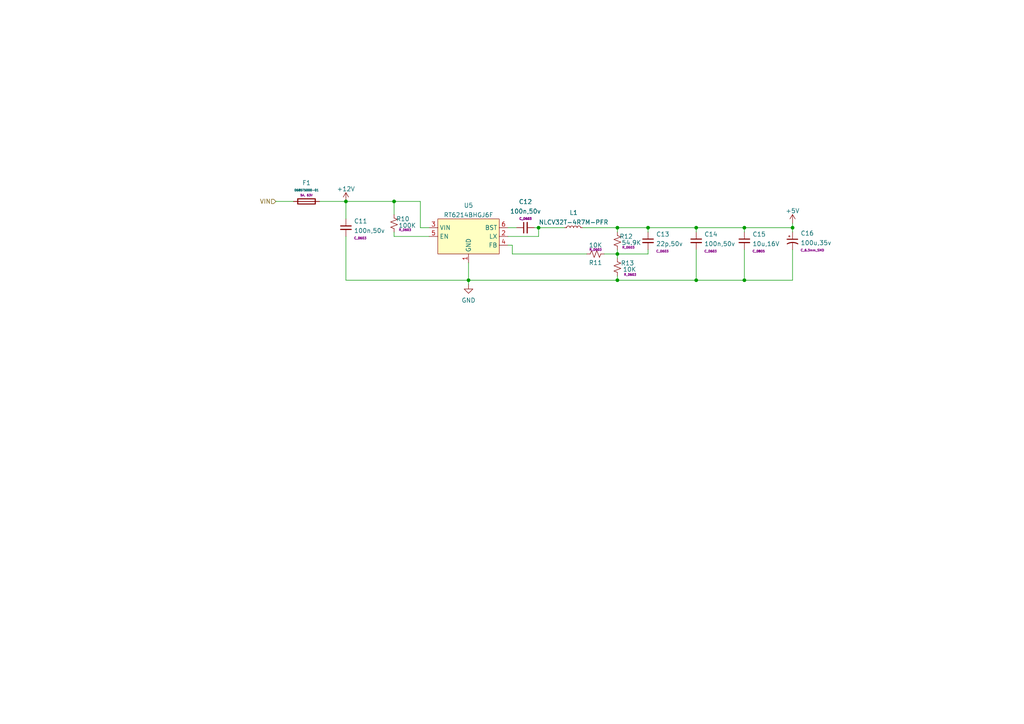
<source format=kicad_sch>
(kicad_sch (version 20211123) (generator eeschema)

  (uuid 18954328-933a-4990-bf53-74cf47321691)

  (paper "A4")

  (lib_symbols
    (symbol "C_Capacitor:C_0603" (pin_numbers hide) (pin_names (offset 1.016)) (in_bom yes) (on_board yes)
      (property "Reference" "C" (id 0) (at 3.175 1.905 0)
        (effects (font (size 1.27 1.27)))
      )
      (property "Value" "C_0603" (id 1) (at 5.715 0 0)
        (effects (font (size 1.27 1.27)))
      )
      (property "Footprint" "C_Capacitor:C_0603" (id 2) (at -3.175 0 90)
        (effects (font (size 1.27 1.27)) hide)
      )
      (property "Datasheet" "" (id 3) (at 2.54 2.54 0)
        (effects (font (size 1.27 1.27)) hide)
      )
      (property "Size" "C_0603" (id 4) (at 4.445 -1.905 0)
        (effects (font (size 0.635 0.635)))
      )
      (symbol "C_0603_1_1"
        (polyline
          (pts
            (xy -1.524 -0.508)
            (xy 1.524 -0.508)
          )
          (stroke (width 0.3302) (type default) (color 0 0 0 0))
          (fill (type none))
        )
        (polyline
          (pts
            (xy -1.524 0.508)
            (xy 1.524 0.508)
          )
          (stroke (width 0.3048) (type default) (color 0 0 0 0))
          (fill (type none))
        )
        (pin passive line (at 0 2.54 270) (length 2.032)
          (name "~" (effects (font (size 1.27 1.27))))
          (number "1" (effects (font (size 1.27 1.27))))
        )
        (pin passive line (at 0 -2.54 90) (length 2.032)
          (name "~" (effects (font (size 1.27 1.27))))
          (number "2" (effects (font (size 1.27 1.27))))
        )
      )
    )
    (symbol "C_Capacitor:C_0805" (pin_numbers hide) (pin_names (offset 1.016)) (in_bom yes) (on_board yes)
      (property "Reference" "C" (id 0) (at 3.175 1.905 0)
        (effects (font (size 1.27 1.27)))
      )
      (property "Value" "C_0805" (id 1) (at 5.715 0 0)
        (effects (font (size 1.27 1.27)))
      )
      (property "Footprint" "C_Capacitor:C_0805" (id 2) (at -3.175 0 90)
        (effects (font (size 1.27 1.27)) hide)
      )
      (property "Datasheet" "" (id 3) (at 2.54 2.54 0)
        (effects (font (size 1.27 1.27)) hide)
      )
      (property "Size" "C_0805" (id 4) (at 4.445 -1.905 0)
        (effects (font (size 0.635 0.635)))
      )
      (symbol "C_0805_1_1"
        (polyline
          (pts
            (xy -1.524 -0.508)
            (xy 1.524 -0.508)
          )
          (stroke (width 0.3302) (type default) (color 0 0 0 0))
          (fill (type none))
        )
        (polyline
          (pts
            (xy -1.524 0.508)
            (xy 1.524 0.508)
          )
          (stroke (width 0.3048) (type default) (color 0 0 0 0))
          (fill (type none))
        )
        (pin passive line (at 0 2.54 270) (length 2.032)
          (name "~" (effects (font (size 1.27 1.27))))
          (number "1" (effects (font (size 1.27 1.27))))
        )
        (pin passive line (at 0 -2.54 90) (length 2.032)
          (name "~" (effects (font (size 1.27 1.27))))
          (number "2" (effects (font (size 1.27 1.27))))
        )
      )
    )
    (symbol "C_Capacitor:C_6.3mm_SMD" (pin_numbers hide) (pin_names (offset 1.016)) (in_bom yes) (on_board yes)
      (property "Reference" "C" (id 0) (at 3.175 1.905 0)
        (effects (font (size 1.27 1.27)))
      )
      (property "Value" "C_6.3mm_SMD" (id 1) (at 9.525 0 0)
        (effects (font (size 1.27 1.27)))
      )
      (property "Footprint" "C_Capacitor:C_6.3mm_SMD" (id 2) (at -3.175 -0.635 90)
        (effects (font (size 1.27 1.27)) hide)
      )
      (property "Datasheet" "" (id 3) (at 2.54 2.54 0)
        (effects (font (size 1.27 1.27)) hide)
      )
      (property "Size" "C_6.3mm_SMD" (id 4) (at 6.35 -1.905 0)
        (effects (font (size 0.635 0.635)))
      )
      (symbol "C_6.3mm_SMD_0_1"
        (polyline
          (pts
            (xy -1.5748 0.4572)
            (xy 1.4732 0.4572)
          )
          (stroke (width 0.3048) (type default) (color 0 0 0 0))
          (fill (type none))
        )
        (polyline
          (pts
            (xy -1.1938 1.3208)
            (xy -0.6858 1.3208)
          )
          (stroke (width 0) (type default) (color 0 0 0 0))
          (fill (type none))
        )
        (polyline
          (pts
            (xy -0.9398 1.0668)
            (xy -0.9398 1.5748)
          )
          (stroke (width 0) (type default) (color 0 0 0 0))
          (fill (type none))
        )
        (arc (start 1.524 -0.8635) (mid 0 -0.4749) (end -1.524 -0.8635)
          (stroke (width 0.3048) (type default) (color 0 0 0 0))
          (fill (type none))
        )
      )
      (symbol "C_6.3mm_SMD_1_1"
        (pin passive line (at 0 2.54 270) (length 2.032)
          (name "~" (effects (font (size 1.27 1.27))))
          (number "1" (effects (font (size 1.27 1.27))))
        )
        (pin passive line (at 0 -2.54 90) (length 2.032)
          (name "~" (effects (font (size 1.27 1.27))))
          (number "2" (effects (font (size 1.27 1.27))))
        )
      )
    )
    (symbol "F_Fuse:0685T5000-01" (pin_numbers hide) (pin_names (offset 1.016) hide) (in_bom yes) (on_board yes)
      (property "Reference" "F" (id 0) (at 2.54 1.27 0)
        (effects (font (size 1.27 1.27)))
      )
      (property "Value" "0685T5000-01" (id 1) (at 5.715 0 0)
        (effects (font (size 0.6096 0.6096)))
      )
      (property "Footprint" "F_Fuse:F_1206" (id 2) (at 8.89 -2.54 0)
        (effects (font (size 1.27 1.27)) hide)
      )
      (property "Datasheet" "" (id 3) (at 2.54 1.27 0)
        (effects (font (size 1.27 1.27)) hide)
      )
      (property "Params" "5A, 63V" (id 4) (at 4.445 -1.27 0)
        (effects (font (size 0.6096 0.6096)))
      )
      (property "ki_keywords" "FUSE SLOW" (id 5) (at 0 0 0)
        (effects (font (size 1.27 1.27)) hide)
      )
      (property "ki_description" "FUSE BOARD MNT 5A 63VAC/VDC 1206" (id 6) (at 0 0 0)
        (effects (font (size 1.27 1.27)) hide)
      )
      (symbol "0685T5000-01_1_1"
        (rectangle (start -0.762 -2.54) (end 0.762 2.54)
          (stroke (width 0.254) (type default) (color 0 0 0 0))
          (fill (type none))
        )
        (rectangle (start -0.762 -2.54) (end 0.762 2.54)
          (stroke (width 0.254) (type default) (color 0 0 0 0))
          (fill (type none))
        )
        (polyline
          (pts
            (xy 0 2.54)
            (xy 0 -2.54)
          )
          (stroke (width 0) (type default) (color 0 0 0 0))
          (fill (type none))
        )
        (polyline
          (pts
            (xy 0 2.54)
            (xy 0 -2.54)
          )
          (stroke (width 0) (type default) (color 0 0 0 0))
          (fill (type none))
        )
        (pin passive line (at 0 3.81 270) (length 1.27)
          (name "~" (effects (font (size 1.27 1.27))))
          (number "1" (effects (font (size 1.27 1.27))))
        )
        (pin passive line (at 0 3.81 270) (length 1.27)
          (name "~" (effects (font (size 1.27 1.27))))
          (number "1" (effects (font (size 1.27 1.27))))
        )
        (pin passive line (at 0 -3.81 90) (length 1.27)
          (name "~" (effects (font (size 1.27 1.27))))
          (number "2" (effects (font (size 1.27 1.27))))
        )
        (pin passive line (at 0 -3.81 90) (length 1.27)
          (name "~" (effects (font (size 1.27 1.27))))
          (number "2" (effects (font (size 1.27 1.27))))
        )
      )
    )
    (symbol "L_Inductor:NLCV32T-4R7M-PFR" (pin_numbers hide) (pin_names hide) (in_bom yes) (on_board yes)
      (property "Reference" "L" (id 0) (at 1.905 1.27 0)
        (effects (font (size 1.27 1.27)))
      )
      (property "Value" "NLCV32T-4R7M-PFR" (id 1) (at 11.43 -0.635 0)
        (effects (font (size 1.27 1.27)))
      )
      (property "Footprint" "L_Inductor:L_1210" (id 2) (at 10.16 -2.54 0)
        (effects (font (size 1.27 1.27)) hide)
      )
      (property "Datasheet" "" (id 3) (at 18.415 2.54 0)
        (effects (font (size 1.27 1.27)) hide)
      )
      (symbol "NLCV32T-4R7M-PFR_0_1"
        (arc (start 0 -2.032) (mid 0.508 -1.524) (end 0 -1.016)
          (stroke (width 0) (type default) (color 0 0 0 0))
          (fill (type none))
        )
        (arc (start 0 -1.016) (mid 0.508 -0.508) (end 0 0)
          (stroke (width 0) (type default) (color 0 0 0 0))
          (fill (type none))
        )
        (arc (start 0 0) (mid 0.508 0.508) (end 0 1.016)
          (stroke (width 0) (type default) (color 0 0 0 0))
          (fill (type none))
        )
        (arc (start 0 1.016) (mid 0.508 1.524) (end 0 2.032)
          (stroke (width 0) (type default) (color 0 0 0 0))
          (fill (type none))
        )
      )
      (symbol "NLCV32T-4R7M-PFR_1_1"
        (pin passive line (at 0 2.54 270) (length 0.508)
          (name "~" (effects (font (size 1.27 1.27))))
          (number "1" (effects (font (size 1.27 1.27))))
        )
        (pin passive line (at 0 -2.54 90) (length 0.508)
          (name "~" (effects (font (size 1.27 1.27))))
          (number "2" (effects (font (size 1.27 1.27))))
        )
      )
    )
    (symbol "R_Resistor:R_0603" (pin_numbers hide) (pin_names (offset 1.016)) (in_bom yes) (on_board yes)
      (property "Reference" "R" (id 0) (at 2.54 1.905 0)
        (effects (font (size 1.27 1.27)))
      )
      (property "Value" "R_0603" (id 1) (at 5.08 0 0)
        (effects (font (size 1.27 1.27)))
      )
      (property "Footprint" "R_Resistor:R_0603" (id 2) (at -2.54 0 90)
        (effects (font (size 1.27 1.27)) hide)
      )
      (property "Datasheet" "" (id 3) (at -2.54 -3.81 0)
        (effects (font (size 1.27 1.27)) hide)
      )
      (property "Size" "R_0603" (id 4) (at 3.81 -1.905 0)
        (effects (font (size 0.635 0.635)))
      )
      (symbol "R_0603_1_1"
        (polyline
          (pts
            (xy 0 0)
            (xy 1.016 -0.381)
            (xy 0 -0.762)
            (xy -1.016 -1.143)
            (xy 0 -1.524)
          )
          (stroke (width 0) (type default) (color 0 0 0 0))
          (fill (type none))
        )
        (polyline
          (pts
            (xy 0 1.524)
            (xy 1.016 1.143)
            (xy 0 0.762)
            (xy -1.016 0.381)
            (xy 0 0)
          )
          (stroke (width 0) (type default) (color 0 0 0 0))
          (fill (type none))
        )
        (pin passive line (at 0 2.54 270) (length 1.016)
          (name "~" (effects (font (size 1.27 1.27))))
          (number "1" (effects (font (size 1.27 1.27))))
        )
        (pin passive line (at 0 -2.54 90) (length 1.016)
          (name "~" (effects (font (size 1.27 1.27))))
          (number "2" (effects (font (size 1.27 1.27))))
        )
      )
    )
    (symbol "U_Power:RT6214BHGJ6F" (in_bom yes) (on_board yes)
      (property "Reference" "U" (id 0) (at -7.62 6.35 0)
        (effects (font (size 1.27 1.27)))
      )
      (property "Value" "RT6214BHGJ6F" (id 1) (at 8.89 -7.62 0)
        (effects (font (size 1.27 1.27)))
      )
      (property "Footprint" "U_IC:SOT23_6" (id 2) (at 8.89 -10.16 0)
        (effects (font (size 1.27 1.27)) hide)
      )
      (property "Datasheet" "" (id 3) (at 0 -2.54 0)
        (effects (font (size 1.27 1.27)) hide)
      )
      (property "ki_keywords" "IC REG BUCK ADJ 3A TSOT23-6" (id 4) (at 0 0 0)
        (effects (font (size 1.27 1.27)) hide)
      )
      (property "ki_description" "IC REG BUCK ADJ 3A TSOT23-6" (id 5) (at 0 0 0)
        (effects (font (size 1.27 1.27)) hide)
      )
      (symbol "RT6214BHGJ6F_0_1"
        (rectangle (start -8.89 5.08) (end 8.89 -5.08)
          (stroke (width 0.1524) (type default) (color 0 0 0 0))
          (fill (type background))
        )
      )
      (symbol "RT6214BHGJ6F_1_1"
        (pin power_in line (at 0 -7.62 90) (length 2.54)
          (name "GND" (effects (font (size 1.27 1.27))))
          (number "1" (effects (font (size 1.27 1.27))))
        )
        (pin power_out line (at 11.43 0 180) (length 2.54)
          (name "LX" (effects (font (size 1.27 1.27))))
          (number "2" (effects (font (size 1.27 1.27))))
        )
        (pin power_in line (at -11.43 2.54 0) (length 2.54)
          (name "VIN" (effects (font (size 1.27 1.27))))
          (number "3" (effects (font (size 1.27 1.27))))
        )
        (pin input line (at 11.43 -2.54 180) (length 2.54)
          (name "FB" (effects (font (size 1.27 1.27))))
          (number "4" (effects (font (size 1.27 1.27))))
        )
        (pin input line (at -11.43 0 0) (length 2.54)
          (name "EN" (effects (font (size 1.27 1.27))))
          (number "5" (effects (font (size 1.27 1.27))))
        )
        (pin passive line (at 11.43 2.54 180) (length 2.54)
          (name "BST" (effects (font (size 1.27 1.27))))
          (number "6" (effects (font (size 1.27 1.27))))
        )
      )
    )
    (symbol "power:+12V" (power) (pin_names (offset 0)) (in_bom yes) (on_board yes)
      (property "Reference" "#PWR" (id 0) (at 0 -3.81 0)
        (effects (font (size 1.27 1.27)) hide)
      )
      (property "Value" "+12V" (id 1) (at 0 3.556 0)
        (effects (font (size 1.27 1.27)))
      )
      (property "Footprint" "" (id 2) (at 0 0 0)
        (effects (font (size 1.27 1.27)) hide)
      )
      (property "Datasheet" "" (id 3) (at 0 0 0)
        (effects (font (size 1.27 1.27)) hide)
      )
      (property "ki_keywords" "power-flag" (id 4) (at 0 0 0)
        (effects (font (size 1.27 1.27)) hide)
      )
      (property "ki_description" "Power symbol creates a global label with name \"+12V\"" (id 5) (at 0 0 0)
        (effects (font (size 1.27 1.27)) hide)
      )
      (symbol "+12V_0_1"
        (polyline
          (pts
            (xy -0.762 1.27)
            (xy 0 2.54)
          )
          (stroke (width 0) (type default) (color 0 0 0 0))
          (fill (type none))
        )
        (polyline
          (pts
            (xy 0 0)
            (xy 0 2.54)
          )
          (stroke (width 0) (type default) (color 0 0 0 0))
          (fill (type none))
        )
        (polyline
          (pts
            (xy 0 2.54)
            (xy 0.762 1.27)
          )
          (stroke (width 0) (type default) (color 0 0 0 0))
          (fill (type none))
        )
      )
      (symbol "+12V_1_1"
        (pin power_in line (at 0 0 90) (length 0) hide
          (name "+12V" (effects (font (size 1.27 1.27))))
          (number "1" (effects (font (size 1.27 1.27))))
        )
      )
    )
    (symbol "power:+5V" (power) (pin_names (offset 0)) (in_bom yes) (on_board yes)
      (property "Reference" "#PWR" (id 0) (at 0 -3.81 0)
        (effects (font (size 1.27 1.27)) hide)
      )
      (property "Value" "+5V" (id 1) (at 0 3.556 0)
        (effects (font (size 1.27 1.27)))
      )
      (property "Footprint" "" (id 2) (at 0 0 0)
        (effects (font (size 1.27 1.27)) hide)
      )
      (property "Datasheet" "" (id 3) (at 0 0 0)
        (effects (font (size 1.27 1.27)) hide)
      )
      (property "ki_keywords" "power-flag" (id 4) (at 0 0 0)
        (effects (font (size 1.27 1.27)) hide)
      )
      (property "ki_description" "Power symbol creates a global label with name \"+5V\"" (id 5) (at 0 0 0)
        (effects (font (size 1.27 1.27)) hide)
      )
      (symbol "+5V_0_1"
        (polyline
          (pts
            (xy -0.762 1.27)
            (xy 0 2.54)
          )
          (stroke (width 0) (type default) (color 0 0 0 0))
          (fill (type none))
        )
        (polyline
          (pts
            (xy 0 0)
            (xy 0 2.54)
          )
          (stroke (width 0) (type default) (color 0 0 0 0))
          (fill (type none))
        )
        (polyline
          (pts
            (xy 0 2.54)
            (xy 0.762 1.27)
          )
          (stroke (width 0) (type default) (color 0 0 0 0))
          (fill (type none))
        )
      )
      (symbol "+5V_1_1"
        (pin power_in line (at 0 0 90) (length 0) hide
          (name "+5V" (effects (font (size 1.27 1.27))))
          (number "1" (effects (font (size 1.27 1.27))))
        )
      )
    )
    (symbol "power:GND" (power) (pin_names (offset 0)) (in_bom yes) (on_board yes)
      (property "Reference" "#PWR" (id 0) (at 0 -6.35 0)
        (effects (font (size 1.27 1.27)) hide)
      )
      (property "Value" "GND" (id 1) (at 0 -3.81 0)
        (effects (font (size 1.27 1.27)))
      )
      (property "Footprint" "" (id 2) (at 0 0 0)
        (effects (font (size 1.27 1.27)) hide)
      )
      (property "Datasheet" "" (id 3) (at 0 0 0)
        (effects (font (size 1.27 1.27)) hide)
      )
      (property "ki_keywords" "power-flag" (id 4) (at 0 0 0)
        (effects (font (size 1.27 1.27)) hide)
      )
      (property "ki_description" "Power symbol creates a global label with name \"GND\" , ground" (id 5) (at 0 0 0)
        (effects (font (size 1.27 1.27)) hide)
      )
      (symbol "GND_0_1"
        (polyline
          (pts
            (xy 0 0)
            (xy 0 -1.27)
            (xy 1.27 -1.27)
            (xy 0 -2.54)
            (xy -1.27 -1.27)
            (xy 0 -1.27)
          )
          (stroke (width 0) (type default) (color 0 0 0 0))
          (fill (type none))
        )
      )
      (symbol "GND_1_1"
        (pin power_in line (at 0 0 270) (length 0) hide
          (name "GND" (effects (font (size 1.27 1.27))))
          (number "1" (effects (font (size 1.27 1.27))))
        )
      )
    )
  )

  (junction (at 179.07 73.66) (diameter 0) (color 0 0 0 0)
    (uuid 0b380f2a-8ea7-48c6-9b61-365f97ec5ab1)
  )
  (junction (at 201.93 66.04) (diameter 0) (color 0 0 0 0)
    (uuid 1c52b123-765a-4e6a-b5b7-8011254cdf59)
  )
  (junction (at 215.9 81.28) (diameter 0) (color 0 0 0 0)
    (uuid 3fd77e03-0e28-4ecd-bfc7-6f77e209aee1)
  )
  (junction (at 100.33 58.42) (diameter 0) (color 0 0 0 0)
    (uuid 43bdece8-0702-4694-aeeb-6e6107be88a5)
  )
  (junction (at 135.89 81.28) (diameter 0) (color 0 0 0 0)
    (uuid 57d933af-83e2-4436-9ba2-06cb267d8de5)
  )
  (junction (at 114.3 58.42) (diameter 0) (color 0 0 0 0)
    (uuid 6e513617-6141-4303-81f2-8ada98a13a6a)
  )
  (junction (at 229.87 66.04) (diameter 0) (color 0 0 0 0)
    (uuid 7d026865-13e5-44db-9058-c3a8ec6c4bc1)
  )
  (junction (at 156.21 66.04) (diameter 0) (color 0 0 0 0)
    (uuid 848640aa-cc4f-41cd-ae92-b0134500b1b4)
  )
  (junction (at 179.07 81.28) (diameter 0) (color 0 0 0 0)
    (uuid c8abe2c9-2ea1-4b4e-92c8-9def42867825)
  )
  (junction (at 187.96 66.04) (diameter 0) (color 0 0 0 0)
    (uuid dba0d8e3-7e6e-4418-888c-cf247d358cb5)
  )
  (junction (at 179.07 66.04) (diameter 0) (color 0 0 0 0)
    (uuid e97fba5a-c5d7-4981-b7ed-5d2c770d90f0)
  )
  (junction (at 201.93 81.28) (diameter 0) (color 0 0 0 0)
    (uuid ec525d63-317a-4eaa-9fd5-04588cddb3f1)
  )
  (junction (at 215.9 66.04) (diameter 0) (color 0 0 0 0)
    (uuid f86876f5-5d38-4bed-9b60-e8e20b8fc967)
  )

  (wire (pts (xy 179.07 72.39) (xy 179.07 73.66))
    (stroke (width 0) (type default) (color 0 0 0 0))
    (uuid 002e7a70-bd25-4faf-91d7-8e2ecb237ef5)
  )
  (wire (pts (xy 100.33 58.42) (xy 114.3 58.42))
    (stroke (width 0) (type default) (color 0 0 0 0))
    (uuid 0196a9d4-57dc-4970-8ac8-3966676fdfa4)
  )
  (wire (pts (xy 229.87 64.77) (xy 229.87 66.04))
    (stroke (width 0) (type default) (color 0 0 0 0))
    (uuid 01f0009a-3f72-4834-b239-e871d59c1205)
  )
  (wire (pts (xy 114.3 67.31) (xy 114.3 68.58))
    (stroke (width 0) (type default) (color 0 0 0 0))
    (uuid 069f8e68-5392-475b-b669-35f90261b307)
  )
  (wire (pts (xy 148.59 71.12) (xy 148.59 73.66))
    (stroke (width 0) (type default) (color 0 0 0 0))
    (uuid 089d838e-daaf-4edf-ad3e-8f401ab30097)
  )
  (wire (pts (xy 147.32 66.04) (xy 149.86 66.04))
    (stroke (width 0) (type default) (color 0 0 0 0))
    (uuid 08b5270b-305b-4ace-8626-b9e96a4c4787)
  )
  (wire (pts (xy 156.21 66.04) (xy 154.94 66.04))
    (stroke (width 0) (type default) (color 0 0 0 0))
    (uuid 0b2701f7-54a1-4bcd-9108-105257612476)
  )
  (wire (pts (xy 114.3 58.42) (xy 114.3 62.23))
    (stroke (width 0) (type default) (color 0 0 0 0))
    (uuid 16fcd996-1a96-4d38-80fd-cfe6b858576a)
  )
  (wire (pts (xy 201.93 66.04) (xy 201.93 67.31))
    (stroke (width 0) (type default) (color 0 0 0 0))
    (uuid 1b4fea01-c42a-43a1-8be6-e56fd3fa43f2)
  )
  (wire (pts (xy 100.33 58.42) (xy 100.33 63.5))
    (stroke (width 0) (type default) (color 0 0 0 0))
    (uuid 1c256da3-ab9d-441c-bf58-c03baea4def8)
  )
  (wire (pts (xy 147.32 71.12) (xy 148.59 71.12))
    (stroke (width 0) (type default) (color 0 0 0 0))
    (uuid 21f723f3-9785-4eee-819c-907b58f34fbe)
  )
  (wire (pts (xy 229.87 66.04) (xy 229.87 67.31))
    (stroke (width 0) (type default) (color 0 0 0 0))
    (uuid 31f5eceb-867b-4ca7-8ce1-03de3f52a8cc)
  )
  (wire (pts (xy 215.9 66.04) (xy 215.9 67.31))
    (stroke (width 0) (type default) (color 0 0 0 0))
    (uuid 3794a747-f8b9-467b-835a-b807e41f13e7)
  )
  (wire (pts (xy 201.93 66.04) (xy 215.9 66.04))
    (stroke (width 0) (type default) (color 0 0 0 0))
    (uuid 39e7acb8-6926-4925-b8df-245c91ea36a5)
  )
  (wire (pts (xy 135.89 76.2) (xy 135.89 81.28))
    (stroke (width 0) (type default) (color 0 0 0 0))
    (uuid 3b4f558e-6556-4fcc-a790-538f933d5ad4)
  )
  (wire (pts (xy 175.26 73.66) (xy 179.07 73.66))
    (stroke (width 0) (type default) (color 0 0 0 0))
    (uuid 40a1347a-b2fc-4fdb-8964-19c7582e7aba)
  )
  (wire (pts (xy 168.91 66.04) (xy 179.07 66.04))
    (stroke (width 0) (type default) (color 0 0 0 0))
    (uuid 49b569c5-b7be-4771-af40-a9b34eb1c765)
  )
  (wire (pts (xy 229.87 72.39) (xy 229.87 81.28))
    (stroke (width 0) (type default) (color 0 0 0 0))
    (uuid 51934677-98e9-44e3-83d5-3e53b515aa2f)
  )
  (wire (pts (xy 121.92 66.04) (xy 121.92 58.42))
    (stroke (width 0) (type default) (color 0 0 0 0))
    (uuid 5655269d-ead2-4159-aed8-cc3083240542)
  )
  (wire (pts (xy 187.96 72.39) (xy 187.96 73.66))
    (stroke (width 0) (type default) (color 0 0 0 0))
    (uuid 591be80f-5494-4433-afc0-be9f2424b972)
  )
  (wire (pts (xy 179.07 81.28) (xy 201.93 81.28))
    (stroke (width 0) (type default) (color 0 0 0 0))
    (uuid 65a2e59e-5cbd-49eb-b82f-9dc94ee50b75)
  )
  (wire (pts (xy 201.93 81.28) (xy 215.9 81.28))
    (stroke (width 0) (type default) (color 0 0 0 0))
    (uuid 6c0c0865-4421-468c-bb12-d92f7dd77937)
  )
  (wire (pts (xy 170.18 73.66) (xy 148.59 73.66))
    (stroke (width 0) (type default) (color 0 0 0 0))
    (uuid 703a1000-030a-43b4-9488-4d0f5586aac7)
  )
  (wire (pts (xy 100.33 68.58) (xy 100.33 81.28))
    (stroke (width 0) (type default) (color 0 0 0 0))
    (uuid 80ebaa1c-ea69-4505-b738-734184d60eed)
  )
  (wire (pts (xy 187.96 73.66) (xy 179.07 73.66))
    (stroke (width 0) (type default) (color 0 0 0 0))
    (uuid 8bae94a9-82f0-4989-bfc3-60d618bdaa9f)
  )
  (wire (pts (xy 187.96 66.04) (xy 201.93 66.04))
    (stroke (width 0) (type default) (color 0 0 0 0))
    (uuid 8d33f769-6d63-4748-84a4-e043c1adbf9c)
  )
  (wire (pts (xy 80.01 58.42) (xy 85.09 58.42))
    (stroke (width 0) (type default) (color 0 0 0 0))
    (uuid 8dc8c109-5eb4-4317-baa8-121f45ba6ae5)
  )
  (wire (pts (xy 135.89 82.55) (xy 135.89 81.28))
    (stroke (width 0) (type default) (color 0 0 0 0))
    (uuid 8f3b907f-23c5-4cca-99d8-16b15ebc9d5e)
  )
  (wire (pts (xy 121.92 58.42) (xy 114.3 58.42))
    (stroke (width 0) (type default) (color 0 0 0 0))
    (uuid 9333af45-0409-44cb-b889-7f08b1080e5d)
  )
  (wire (pts (xy 179.07 66.04) (xy 187.96 66.04))
    (stroke (width 0) (type default) (color 0 0 0 0))
    (uuid a0618734-2c83-4f44-a94b-773529408ef5)
  )
  (wire (pts (xy 201.93 81.28) (xy 201.93 72.39))
    (stroke (width 0) (type default) (color 0 0 0 0))
    (uuid afd9597e-1ffc-4e86-8f28-635cae760b37)
  )
  (wire (pts (xy 179.07 80.01) (xy 179.07 81.28))
    (stroke (width 0) (type default) (color 0 0 0 0))
    (uuid b4553951-a269-463d-b9be-5a0f760103f0)
  )
  (wire (pts (xy 215.9 66.04) (xy 229.87 66.04))
    (stroke (width 0) (type default) (color 0 0 0 0))
    (uuid c8b9c913-f6d6-4b63-a7ec-57e6f6fd2e12)
  )
  (wire (pts (xy 179.07 73.66) (xy 179.07 74.93))
    (stroke (width 0) (type default) (color 0 0 0 0))
    (uuid cad21422-44cb-40a2-a6f4-2e4490990c0a)
  )
  (wire (pts (xy 147.32 68.58) (xy 156.21 68.58))
    (stroke (width 0) (type default) (color 0 0 0 0))
    (uuid d1e1794b-52d6-42ca-80d9-a12fbd701e7a)
  )
  (wire (pts (xy 135.89 81.28) (xy 179.07 81.28))
    (stroke (width 0) (type default) (color 0 0 0 0))
    (uuid da765d8f-5bb5-43aa-bfe6-fd5478866ef7)
  )
  (wire (pts (xy 187.96 66.04) (xy 187.96 67.31))
    (stroke (width 0) (type default) (color 0 0 0 0))
    (uuid dd11d76e-779a-49a1-a02b-807f166f0014)
  )
  (wire (pts (xy 229.87 81.28) (xy 215.9 81.28))
    (stroke (width 0) (type default) (color 0 0 0 0))
    (uuid e1513347-a033-41ad-9fb1-96e5392239e4)
  )
  (wire (pts (xy 215.9 81.28) (xy 215.9 72.39))
    (stroke (width 0) (type default) (color 0 0 0 0))
    (uuid e2556cb2-54ab-47be-8869-37107ec1e40e)
  )
  (wire (pts (xy 114.3 68.58) (xy 124.46 68.58))
    (stroke (width 0) (type default) (color 0 0 0 0))
    (uuid eaff3a4c-ab2c-40f9-8c97-9dba1a8bb4c7)
  )
  (wire (pts (xy 92.71 58.42) (xy 100.33 58.42))
    (stroke (width 0) (type default) (color 0 0 0 0))
    (uuid f139f058-530f-482b-8e02-b4f0f1cb86a8)
  )
  (wire (pts (xy 100.33 81.28) (xy 135.89 81.28))
    (stroke (width 0) (type default) (color 0 0 0 0))
    (uuid f5f3e10b-6729-4c1a-baa3-c6eb77028409)
  )
  (wire (pts (xy 179.07 66.04) (xy 179.07 67.31))
    (stroke (width 0) (type default) (color 0 0 0 0))
    (uuid f801047d-f61f-48fa-9ec8-a04c88fdfa68)
  )
  (wire (pts (xy 124.46 66.04) (xy 121.92 66.04))
    (stroke (width 0) (type default) (color 0 0 0 0))
    (uuid f85d4008-c698-4563-b919-cd3457e220d3)
  )
  (wire (pts (xy 156.21 68.58) (xy 156.21 66.04))
    (stroke (width 0) (type default) (color 0 0 0 0))
    (uuid fc745636-a3c9-42a3-8602-dcdd08c17aa4)
  )
  (wire (pts (xy 156.21 66.04) (xy 163.83 66.04))
    (stroke (width 0) (type default) (color 0 0 0 0))
    (uuid ffbd6dd3-eb08-46ec-839e-d70c8fb80988)
  )

  (hierarchical_label "VIN" (shape input) (at 80.01 58.42 180)
    (effects (font (size 1.27 1.27)) (justify right))
    (uuid 49f7ddc1-2ad3-4936-a151-50ffcaf692ef)
  )

  (symbol (lib_id "L_Inductor:NLCV32T-4R7M-PFR") (at 166.37 66.04 90) (unit 1)
    (in_bom yes) (on_board yes)
    (uuid 0c08af4b-a59b-424b-b821-0a726b2487e8)
    (property "Reference" "L1" (id 0) (at 166.37 61.6925 90))
    (property "Value" "NLCV32T-4R7M-PFR" (id 1) (at 166.37 64.4676 90))
    (property "Footprint" "L_Inductor:L_1210" (id 2) (at 168.91 55.88 0)
      (effects (font (size 1.27 1.27)) hide)
    )
    (property "Datasheet" "" (id 3) (at 163.83 47.625 0)
      (effects (font (size 1.27 1.27)) hide)
    )
    (pin "1" (uuid 15464ea5-ee4c-41dd-b1a7-0a211f7f8524))
    (pin "2" (uuid dec5390b-6348-449b-8561-e6e846e32891))
  )

  (symbol (lib_id "power:+5V") (at 229.87 64.77 0) (unit 1)
    (in_bom yes) (on_board yes) (fields_autoplaced)
    (uuid 1f8db41d-48fc-4c9b-ace8-c82a42dc15b5)
    (property "Reference" "#PWR0129" (id 0) (at 229.87 68.58 0)
      (effects (font (size 1.27 1.27)) hide)
    )
    (property "Value" "+5V" (id 1) (at 229.87 61.1655 0))
    (property "Footprint" "" (id 2) (at 229.87 64.77 0)
      (effects (font (size 1.27 1.27)) hide)
    )
    (property "Datasheet" "" (id 3) (at 229.87 64.77 0)
      (effects (font (size 1.27 1.27)) hide)
    )
    (pin "1" (uuid a813ecdb-5151-4a1d-851b-12c82c77d7f1))
  )

  (symbol (lib_id "R_Resistor:R_0603") (at 179.07 77.47 180) (unit 1)
    (in_bom yes) (on_board yes)
    (uuid 30a20918-63ca-419f-95e8-9e59c6668576)
    (property "Reference" "R13" (id 0) (at 181.9982 76.3169 0))
    (property "Value" "10K" (id 1) (at 182.5899 78.1458 0))
    (property "Footprint" "R_Resistor:R_0603" (id 2) (at 181.61 77.47 90)
      (effects (font (size 1.27 1.27)) hide)
    )
    (property "Datasheet" "" (id 3) (at 181.61 73.66 0)
      (effects (font (size 1.27 1.27)) hide)
    )
    (property "Size" "R_0603" (id 4) (at 182.7513 79.652 0)
      (effects (font (size 0.635 0.635)))
    )
    (pin "1" (uuid 848efb4e-5c4b-4f22-9e60-00c4789544b1))
    (pin "2" (uuid 7e772696-2c75-4f2c-954d-0c9c445c3c9b))
  )

  (symbol (lib_id "C_Capacitor:C_0603") (at 100.33 66.04 0) (unit 1)
    (in_bom yes) (on_board yes) (fields_autoplaced)
    (uuid 40a6bb63-32a5-4b7f-8549-d39251dc34b4)
    (property "Reference" "C11" (id 0) (at 102.6541 64.141 0)
      (effects (font (size 1.27 1.27)) (justify left))
    )
    (property "Value" "100n,50v" (id 1) (at 102.6541 66.9161 0)
      (effects (font (size 1.27 1.27)) (justify left))
    )
    (property "Footprint" "C_Capacitor:C_0603" (id 2) (at 97.155 66.04 90)
      (effects (font (size 1.27 1.27)) hide)
    )
    (property "Datasheet" "" (id 3) (at 102.87 63.5 0)
      (effects (font (size 1.27 1.27)) hide)
    )
    (property "Size" "C_0603" (id 4) (at 102.6541 69.061 0)
      (effects (font (size 0.635 0.635)) (justify left))
    )
    (pin "1" (uuid 7aac5bc4-9b40-438a-9a8b-c35616eb2bfa))
    (pin "2" (uuid 7009e950-7014-42ab-9e80-743b41f69663))
  )

  (symbol (lib_id "F_Fuse:0685T5000-01") (at 88.9 58.42 90) (unit 1)
    (in_bom yes) (on_board yes) (fields_autoplaced)
    (uuid 46d45a87-1fa1-4538-86f7-32b4b76d137f)
    (property "Reference" "F1" (id 0) (at 88.9 53.0401 90))
    (property "Value" "0685T5000-01" (id 1) (at 88.9 55.1597 90)
      (effects (font (size 0.6096 0.6096)))
    )
    (property "Footprint" "F_Fuse:F_1206" (id 2) (at 91.44 49.53 0)
      (effects (font (size 1.27 1.27)) hide)
    )
    (property "Datasheet" "" (id 3) (at 87.63 55.88 0)
      (effects (font (size 1.27 1.27)) hide)
    )
    (property "Params" "5A, 63V" (id 4) (at 88.9 56.6238 90)
      (effects (font (size 0.6096 0.6096)))
    )
    (pin "1" (uuid d7ae52df-9129-450c-b09f-90cf0092272e))
    (pin "1" (uuid d7ae52df-9129-450c-b09f-90cf0092272e))
    (pin "2" (uuid 615162c6-8c42-43b0-b37e-2271f8c0f835))
    (pin "2" (uuid 615162c6-8c42-43b0-b37e-2271f8c0f835))
  )

  (symbol (lib_id "R_Resistor:R_0603") (at 179.07 69.85 180) (unit 1)
    (in_bom yes) (on_board yes)
    (uuid 4c74f8b3-9310-4ebc-8fed-73cfb89062ae)
    (property "Reference" "R12" (id 0) (at 181.61 68.58 0))
    (property "Value" "54.9K" (id 1) (at 183.1279 70.3996 0))
    (property "Footprint" "R_Resistor:R_0603" (id 2) (at 181.61 69.85 90)
      (effects (font (size 1.27 1.27)) hide)
    )
    (property "Datasheet" "" (id 3) (at 181.61 66.04 0)
      (effects (font (size 1.27 1.27)) hide)
    )
    (property "Size" "R_0603" (id 4) (at 182.245 71.755 0)
      (effects (font (size 0.635 0.635)))
    )
    (pin "1" (uuid 2be06552-240a-488e-8484-6e4592a71a5b))
    (pin "2" (uuid 407e0b52-87b1-4649-8441-3f7dbf320001))
  )

  (symbol (lib_id "U_Power:RT6214BHGJ6F") (at 135.89 68.58 0) (unit 1)
    (in_bom yes) (on_board yes) (fields_autoplaced)
    (uuid 4e47cfdb-47b2-4652-b06c-a4a6ce8c30d4)
    (property "Reference" "U5" (id 0) (at 135.89 59.5843 0))
    (property "Value" "RT6214BHGJ6F" (id 1) (at 135.89 62.3594 0))
    (property "Footprint" "U_IC:SOT23_6" (id 2) (at 144.78 78.74 0)
      (effects (font (size 1.27 1.27)) hide)
    )
    (property "Datasheet" "" (id 3) (at 135.89 71.12 0)
      (effects (font (size 1.27 1.27)) hide)
    )
    (pin "1" (uuid 4643f1d9-7c04-41f3-87ae-8fbf7a856f09))
    (pin "2" (uuid 15d74681-a5e4-4f02-ba6a-f3fe99a7a227))
    (pin "3" (uuid 759ed7ae-95d4-4214-ab0a-ceef43ee2c13))
    (pin "4" (uuid ed2d93eb-2c6b-4949-b60e-83cb1478971f))
    (pin "5" (uuid b7d9c016-f754-4155-b061-69be9930a126))
    (pin "6" (uuid bd2c193b-968e-4ce5-af21-6e6b585eafb9))
  )

  (symbol (lib_id "C_Capacitor:C_0603") (at 201.93 69.85 0) (unit 1)
    (in_bom yes) (on_board yes) (fields_autoplaced)
    (uuid 4ffd03da-ec47-4736-8004-63feeebe50fe)
    (property "Reference" "C14" (id 0) (at 204.2541 67.951 0)
      (effects (font (size 1.27 1.27)) (justify left))
    )
    (property "Value" "100n,50v" (id 1) (at 204.2541 70.7261 0)
      (effects (font (size 1.27 1.27)) (justify left))
    )
    (property "Footprint" "C_Capacitor:C_0603" (id 2) (at 198.755 69.85 90)
      (effects (font (size 1.27 1.27)) hide)
    )
    (property "Datasheet" "" (id 3) (at 204.47 67.31 0)
      (effects (font (size 1.27 1.27)) hide)
    )
    (property "Size" "C_0603" (id 4) (at 204.2541 72.871 0)
      (effects (font (size 0.635 0.635)) (justify left))
    )
    (pin "1" (uuid 686bc10c-95c0-48f3-bcdc-9044866fb0de))
    (pin "2" (uuid 39829ebd-ff99-4ca3-8785-13b1fffbf0dd))
  )

  (symbol (lib_id "C_Capacitor:C_6.3mm_SMD") (at 229.87 69.85 0) (unit 1)
    (in_bom yes) (on_board yes) (fields_autoplaced)
    (uuid 5720eaf4-2742-48c7-8576-703be34ffb73)
    (property "Reference" "C16" (id 0) (at 232.1814 67.6652 0)
      (effects (font (size 1.27 1.27)) (justify left))
    )
    (property "Value" "100u,35v" (id 1) (at 232.1814 70.4403 0)
      (effects (font (size 1.27 1.27)) (justify left))
    )
    (property "Footprint" "C_Capacitor:C_6.3mm_SMD" (id 2) (at 226.695 70.485 90)
      (effects (font (size 1.27 1.27)) hide)
    )
    (property "Datasheet" "" (id 3) (at 232.41 67.31 0)
      (effects (font (size 1.27 1.27)) hide)
    )
    (property "Size" "C_6.3mm_SMD" (id 4) (at 232.1814 72.5852 0)
      (effects (font (size 0.635 0.635)) (justify left))
    )
    (pin "1" (uuid a8ab78dc-5583-421a-8cab-d64f53fb05a7))
    (pin "2" (uuid 360632d4-31ed-44c1-b9dc-ecf394a3ab90))
  )

  (symbol (lib_id "power:GND") (at 135.89 82.55 0) (unit 1)
    (in_bom yes) (on_board yes) (fields_autoplaced)
    (uuid 65e96c09-c060-4787-a214-0453b6b68ff7)
    (property "Reference" "#PWR0131" (id 0) (at 135.89 88.9 0)
      (effects (font (size 1.27 1.27)) hide)
    )
    (property "Value" "GND" (id 1) (at 135.89 87.1125 0))
    (property "Footprint" "" (id 2) (at 135.89 82.55 0)
      (effects (font (size 1.27 1.27)) hide)
    )
    (property "Datasheet" "" (id 3) (at 135.89 82.55 0)
      (effects (font (size 1.27 1.27)) hide)
    )
    (pin "1" (uuid b7172c41-bebb-45e2-ba64-6d31b6e3e82b))
  )

  (symbol (lib_id "C_Capacitor:C_0805") (at 215.9 69.85 0) (unit 1)
    (in_bom yes) (on_board yes) (fields_autoplaced)
    (uuid 69c1652a-f47d-407a-89c8-7c2cceb86951)
    (property "Reference" "C15" (id 0) (at 218.2241 67.951 0)
      (effects (font (size 1.27 1.27)) (justify left))
    )
    (property "Value" "10u,16V" (id 1) (at 218.2241 70.7261 0)
      (effects (font (size 1.27 1.27)) (justify left))
    )
    (property "Footprint" "C_Capacitor:C_0805" (id 2) (at 212.725 69.85 90)
      (effects (font (size 1.27 1.27)) hide)
    )
    (property "Datasheet" "" (id 3) (at 218.44 67.31 0)
      (effects (font (size 1.27 1.27)) hide)
    )
    (property "Size" "C_0805" (id 4) (at 218.2241 72.871 0)
      (effects (font (size 0.635 0.635)) (justify left))
    )
    (pin "1" (uuid dd34c005-e93d-4f5a-a13c-c35b3e22b055))
    (pin "2" (uuid ad55c971-6a0c-4915-b3d2-005da17a0335))
  )

  (symbol (lib_id "C_Capacitor:C_0603") (at 187.96 69.85 0) (unit 1)
    (in_bom yes) (on_board yes) (fields_autoplaced)
    (uuid 785e8a26-bc8a-47de-a789-013c5984f458)
    (property "Reference" "C13" (id 0) (at 190.2841 67.951 0)
      (effects (font (size 1.27 1.27)) (justify left))
    )
    (property "Value" "22p,50v" (id 1) (at 190.2841 70.7261 0)
      (effects (font (size 1.27 1.27)) (justify left))
    )
    (property "Footprint" "C_Capacitor:C_0603" (id 2) (at 184.785 69.85 90)
      (effects (font (size 1.27 1.27)) hide)
    )
    (property "Datasheet" "" (id 3) (at 190.5 67.31 0)
      (effects (font (size 1.27 1.27)) hide)
    )
    (property "Size" "C_0603" (id 4) (at 190.2841 72.871 0)
      (effects (font (size 0.635 0.635)) (justify left))
    )
    (pin "1" (uuid b10d6ec0-50f1-4660-a6c7-2d6143ddf77a))
    (pin "2" (uuid 73957073-fde5-4dfb-acd6-8f6da5399f40))
  )

  (symbol (lib_id "power:+12V") (at 100.33 58.42 0) (unit 1)
    (in_bom yes) (on_board yes) (fields_autoplaced)
    (uuid 94135b73-1b89-4cf2-a84f-a12af1f9761b)
    (property "Reference" "#PWR0130" (id 0) (at 100.33 62.23 0)
      (effects (font (size 1.27 1.27)) hide)
    )
    (property "Value" "+12V" (id 1) (at 100.33 54.8155 0))
    (property "Footprint" "" (id 2) (at 100.33 58.42 0)
      (effects (font (size 1.27 1.27)) hide)
    )
    (property "Datasheet" "" (id 3) (at 100.33 58.42 0)
      (effects (font (size 1.27 1.27)) hide)
    )
    (pin "1" (uuid 94b138fb-1ca4-42d8-b9bb-3c11b947dd86))
  )

  (symbol (lib_id "R_Resistor:R_0603") (at 114.3 64.77 180) (unit 1)
    (in_bom yes) (on_board yes)
    (uuid 9a47e77e-5178-4bc7-bb64-8add0d2a7c30)
    (property "Reference" "R10" (id 0) (at 116.84 63.5 0))
    (property "Value" "100K" (id 1) (at 118.11 65.405 0))
    (property "Footprint" "R_Resistor:R_0603" (id 2) (at 116.84 64.77 90)
      (effects (font (size 1.27 1.27)) hide)
    )
    (property "Datasheet" "" (id 3) (at 116.84 60.96 0)
      (effects (font (size 1.27 1.27)) hide)
    )
    (property "Size" "R_0603" (id 4) (at 117.475 66.675 0)
      (effects (font (size 0.635 0.635)))
    )
    (pin "1" (uuid 6cf30e01-1b4f-4f88-a73f-bfa7296bae16))
    (pin "2" (uuid 89c2b3ea-0371-4c7f-9801-b156495134e1))
  )

  (symbol (lib_id "R_Resistor:R_0603") (at 172.72 73.66 90) (unit 1)
    (in_bom yes) (on_board yes)
    (uuid cd9a28f9-3ce2-4729-bbc6-a54694922766)
    (property "Reference" "R11" (id 0) (at 172.72 76.2 90))
    (property "Value" "10K" (id 1) (at 172.72 71.12 90))
    (property "Footprint" "R_Resistor:R_0603" (id 2) (at 172.72 76.2 90)
      (effects (font (size 1.27 1.27)) hide)
    )
    (property "Datasheet" "" (id 3) (at 176.53 76.2 0)
      (effects (font (size 1.27 1.27)) hide)
    )
    (property "Size" "R_0603" (id 4) (at 172.72 72.39 90)
      (effects (font (size 0.635 0.635)))
    )
    (pin "1" (uuid 5484ea17-a4dc-44ef-b45c-5933058f0608))
    (pin "2" (uuid 5ebccd41-6495-4443-b20a-f074fd070055))
  )

  (symbol (lib_id "C_Capacitor:C_0603") (at 152.4 66.04 90) (unit 1)
    (in_bom yes) (on_board yes) (fields_autoplaced)
    (uuid d1ce0fe1-55d5-4f4c-a40f-4905ffbae7fe)
    (property "Reference" "C12" (id 0) (at 152.4063 58.5178 90))
    (property "Value" "100n,50v" (id 1) (at 152.4063 61.2929 90))
    (property "Footprint" "C_Capacitor:C_0603" (id 2) (at 152.4 69.215 90)
      (effects (font (size 1.27 1.27)) hide)
    )
    (property "Datasheet" "" (id 3) (at 149.86 63.5 0)
      (effects (font (size 1.27 1.27)) hide)
    )
    (property "Size" "C_0603" (id 4) (at 152.4063 63.4378 90)
      (effects (font (size 0.635 0.635)))
    )
    (pin "1" (uuid 592900bd-4aa9-4ca5-90e5-cc04c65e6ddd))
    (pin "2" (uuid 31a8b5b1-29e6-49bf-9294-fe30ec3065e5))
  )
)

</source>
